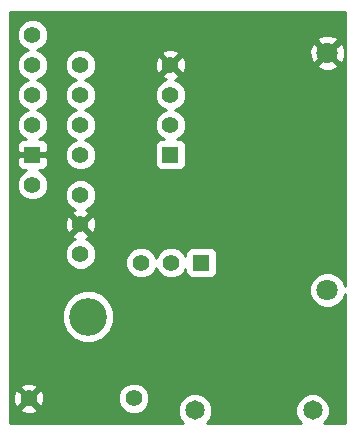
<source format=gbl>
G04 (created by PCBNEW-RS274X (2012-apr-16-27)-stable) date Sun 23 Mar 2014 20:21:50 GMT*
G01*
G70*
G90*
%MOIN*%
G04 Gerber Fmt 3.4, Leading zero omitted, Abs format*
%FSLAX34Y34*%
G04 APERTURE LIST*
%ADD10C,0.006000*%
%ADD11C,0.070900*%
%ADD12C,0.055000*%
%ADD13R,0.055000X0.055000*%
%ADD14C,0.065000*%
%ADD15C,0.126000*%
%ADD16C,0.055100*%
%ADD17R,0.055100X0.055100*%
%ADD18C,0.010000*%
G04 APERTURE END LIST*
G54D10*
G54D11*
X62400Y-20035D03*
X62400Y-12135D03*
G54D12*
X52450Y-23650D03*
X55950Y-23650D03*
G54D13*
X57175Y-15525D03*
G54D12*
X57175Y-14525D03*
X57175Y-13525D03*
X57175Y-12525D03*
X54175Y-12525D03*
X54175Y-13525D03*
X54175Y-14525D03*
X54175Y-15525D03*
G54D13*
X58200Y-19125D03*
G54D12*
X57200Y-19125D03*
X56200Y-19125D03*
G54D14*
X61910Y-24050D03*
X57990Y-24050D03*
G54D15*
X54425Y-20925D03*
G54D16*
X54175Y-18830D03*
X54175Y-17850D03*
X54175Y-16870D03*
X52575Y-16525D03*
G54D17*
X52575Y-15525D03*
G54D16*
X52575Y-14525D03*
X52575Y-13525D03*
X52575Y-12525D03*
X52575Y-11525D03*
G54D10*
G36*
X63000Y-24475D02*
X62298Y-24475D01*
X62397Y-24376D01*
X62485Y-24165D01*
X62485Y-23936D01*
X62398Y-23725D01*
X62236Y-23563D01*
X62025Y-23475D01*
X61796Y-23475D01*
X61585Y-23562D01*
X61423Y-23724D01*
X61335Y-23935D01*
X61335Y-24164D01*
X61422Y-24375D01*
X61522Y-24475D01*
X58724Y-24475D01*
X58724Y-19450D01*
X58724Y-19351D01*
X58724Y-18801D01*
X58686Y-18709D01*
X58616Y-18639D01*
X58525Y-18601D01*
X58426Y-18601D01*
X57876Y-18601D01*
X57784Y-18639D01*
X57714Y-18709D01*
X57700Y-18742D01*
X57700Y-14630D01*
X57700Y-14421D01*
X57620Y-14228D01*
X57473Y-14080D01*
X57339Y-14024D01*
X57472Y-13970D01*
X57620Y-13823D01*
X57700Y-13630D01*
X57700Y-13421D01*
X57694Y-13406D01*
X57694Y-12599D01*
X57683Y-12395D01*
X57627Y-12258D01*
X57536Y-12235D01*
X57465Y-12306D01*
X57465Y-12164D01*
X57442Y-12073D01*
X57249Y-12006D01*
X57045Y-12017D01*
X56908Y-12073D01*
X56885Y-12164D01*
X57175Y-12454D01*
X57465Y-12164D01*
X57465Y-12306D01*
X57246Y-12525D01*
X57536Y-12815D01*
X57627Y-12792D01*
X57694Y-12599D01*
X57694Y-13406D01*
X57620Y-13228D01*
X57473Y-13080D01*
X57332Y-13021D01*
X57442Y-12977D01*
X57465Y-12886D01*
X57175Y-12596D01*
X57104Y-12667D01*
X57104Y-12525D01*
X56814Y-12235D01*
X56723Y-12258D01*
X56656Y-12451D01*
X56667Y-12655D01*
X56723Y-12792D01*
X56814Y-12815D01*
X57104Y-12525D01*
X57104Y-12667D01*
X56885Y-12886D01*
X56908Y-12977D01*
X57026Y-13018D01*
X56878Y-13080D01*
X56730Y-13227D01*
X56650Y-13420D01*
X56650Y-13629D01*
X56730Y-13822D01*
X56877Y-13970D01*
X57010Y-14025D01*
X56878Y-14080D01*
X56730Y-14227D01*
X56650Y-14420D01*
X56650Y-14629D01*
X56730Y-14822D01*
X56877Y-14970D01*
X56951Y-15001D01*
X56851Y-15001D01*
X56759Y-15039D01*
X56689Y-15109D01*
X56651Y-15200D01*
X56651Y-15299D01*
X56651Y-15849D01*
X56689Y-15941D01*
X56759Y-16011D01*
X56850Y-16049D01*
X56949Y-16049D01*
X57499Y-16049D01*
X57591Y-16011D01*
X57661Y-15941D01*
X57699Y-15850D01*
X57699Y-15751D01*
X57699Y-15201D01*
X57661Y-15109D01*
X57591Y-15039D01*
X57500Y-15001D01*
X57401Y-15001D01*
X57397Y-15001D01*
X57472Y-14970D01*
X57620Y-14823D01*
X57700Y-14630D01*
X57700Y-18742D01*
X57676Y-18800D01*
X57676Y-18899D01*
X57676Y-18902D01*
X57645Y-18828D01*
X57498Y-18680D01*
X57305Y-18600D01*
X57096Y-18600D01*
X56903Y-18680D01*
X56755Y-18827D01*
X56699Y-18960D01*
X56645Y-18828D01*
X56498Y-18680D01*
X56305Y-18600D01*
X56096Y-18600D01*
X55903Y-18680D01*
X55755Y-18827D01*
X55675Y-19020D01*
X55675Y-19229D01*
X55755Y-19422D01*
X55902Y-19570D01*
X56095Y-19650D01*
X56304Y-19650D01*
X56497Y-19570D01*
X56645Y-19423D01*
X56700Y-19289D01*
X56755Y-19422D01*
X56902Y-19570D01*
X57095Y-19650D01*
X57304Y-19650D01*
X57497Y-19570D01*
X57645Y-19423D01*
X57676Y-19348D01*
X57676Y-19449D01*
X57714Y-19541D01*
X57784Y-19611D01*
X57875Y-19649D01*
X57974Y-19649D01*
X58524Y-19649D01*
X58616Y-19611D01*
X58686Y-19541D01*
X58724Y-19450D01*
X58724Y-24475D01*
X58378Y-24475D01*
X58477Y-24376D01*
X58565Y-24165D01*
X58565Y-23936D01*
X58478Y-23725D01*
X58316Y-23563D01*
X58105Y-23475D01*
X57876Y-23475D01*
X57665Y-23562D01*
X57503Y-23724D01*
X57415Y-23935D01*
X57415Y-24164D01*
X57502Y-24375D01*
X57602Y-24475D01*
X56475Y-24475D01*
X56475Y-23755D01*
X56475Y-23546D01*
X56395Y-23353D01*
X56248Y-23205D01*
X56055Y-23125D01*
X55846Y-23125D01*
X55653Y-23205D01*
X55505Y-23352D01*
X55425Y-23545D01*
X55425Y-23754D01*
X55505Y-23947D01*
X55652Y-24095D01*
X55845Y-24175D01*
X56054Y-24175D01*
X56247Y-24095D01*
X56395Y-23948D01*
X56475Y-23755D01*
X56475Y-24475D01*
X55305Y-24475D01*
X55305Y-21101D01*
X55305Y-20751D01*
X55171Y-20427D01*
X54924Y-20180D01*
X54700Y-20086D01*
X54700Y-18935D01*
X54700Y-18726D01*
X54700Y-16975D01*
X54700Y-16766D01*
X54700Y-15630D01*
X54700Y-15421D01*
X54620Y-15228D01*
X54473Y-15080D01*
X54339Y-15024D01*
X54472Y-14970D01*
X54620Y-14823D01*
X54700Y-14630D01*
X54700Y-14421D01*
X54620Y-14228D01*
X54473Y-14080D01*
X54339Y-14024D01*
X54472Y-13970D01*
X54620Y-13823D01*
X54700Y-13630D01*
X54700Y-13421D01*
X54620Y-13228D01*
X54473Y-13080D01*
X54339Y-13024D01*
X54472Y-12970D01*
X54620Y-12823D01*
X54700Y-12630D01*
X54700Y-12421D01*
X54620Y-12228D01*
X54473Y-12080D01*
X54280Y-12000D01*
X54071Y-12000D01*
X53878Y-12080D01*
X53730Y-12227D01*
X53650Y-12420D01*
X53650Y-12629D01*
X53730Y-12822D01*
X53877Y-12970D01*
X54010Y-13025D01*
X53878Y-13080D01*
X53730Y-13227D01*
X53650Y-13420D01*
X53650Y-13629D01*
X53730Y-13822D01*
X53877Y-13970D01*
X54010Y-14025D01*
X53878Y-14080D01*
X53730Y-14227D01*
X53650Y-14420D01*
X53650Y-14629D01*
X53730Y-14822D01*
X53877Y-14970D01*
X54010Y-15025D01*
X53878Y-15080D01*
X53730Y-15227D01*
X53650Y-15420D01*
X53650Y-15629D01*
X53730Y-15822D01*
X53877Y-15970D01*
X54070Y-16050D01*
X54279Y-16050D01*
X54472Y-15970D01*
X54620Y-15823D01*
X54700Y-15630D01*
X54700Y-16766D01*
X54620Y-16573D01*
X54473Y-16425D01*
X54280Y-16345D01*
X54071Y-16345D01*
X53878Y-16425D01*
X53730Y-16572D01*
X53650Y-16765D01*
X53650Y-16974D01*
X53730Y-17167D01*
X53877Y-17315D01*
X53993Y-17363D01*
X53908Y-17398D01*
X53885Y-17489D01*
X54175Y-17779D01*
X54465Y-17489D01*
X54442Y-17398D01*
X54349Y-17365D01*
X54472Y-17315D01*
X54620Y-17168D01*
X54700Y-16975D01*
X54700Y-18726D01*
X54694Y-18711D01*
X54694Y-17924D01*
X54683Y-17720D01*
X54627Y-17583D01*
X54536Y-17560D01*
X54246Y-17850D01*
X54536Y-18140D01*
X54627Y-18117D01*
X54694Y-17924D01*
X54694Y-18711D01*
X54620Y-18533D01*
X54473Y-18385D01*
X54356Y-18336D01*
X54442Y-18302D01*
X54465Y-18211D01*
X54175Y-17921D01*
X54104Y-17992D01*
X54104Y-17850D01*
X53814Y-17560D01*
X53723Y-17583D01*
X53656Y-17776D01*
X53667Y-17980D01*
X53723Y-18117D01*
X53814Y-18140D01*
X54104Y-17850D01*
X54104Y-17992D01*
X53885Y-18211D01*
X53908Y-18302D01*
X54000Y-18334D01*
X53878Y-18385D01*
X53730Y-18532D01*
X53650Y-18725D01*
X53650Y-18934D01*
X53730Y-19127D01*
X53877Y-19275D01*
X54070Y-19355D01*
X54279Y-19355D01*
X54472Y-19275D01*
X54620Y-19128D01*
X54700Y-18935D01*
X54700Y-20086D01*
X54601Y-20045D01*
X54251Y-20045D01*
X53927Y-20179D01*
X53680Y-20426D01*
X53545Y-20749D01*
X53545Y-21099D01*
X53679Y-21423D01*
X53926Y-21670D01*
X54249Y-21805D01*
X54599Y-21805D01*
X54923Y-21671D01*
X55170Y-21424D01*
X55305Y-21101D01*
X55305Y-24475D01*
X53100Y-24475D01*
X53100Y-16630D01*
X53100Y-16421D01*
X53020Y-16228D01*
X52873Y-16080D01*
X52798Y-16049D01*
X52801Y-16049D01*
X52900Y-16049D01*
X52991Y-16011D01*
X53061Y-15941D01*
X53099Y-15849D01*
X53100Y-15637D01*
X53100Y-15413D01*
X53099Y-15201D01*
X53061Y-15109D01*
X52991Y-15039D01*
X52900Y-15001D01*
X52801Y-15001D01*
X52797Y-15000D01*
X52872Y-14970D01*
X53020Y-14823D01*
X53100Y-14630D01*
X53100Y-14421D01*
X53020Y-14228D01*
X52873Y-14080D01*
X52739Y-14024D01*
X52872Y-13970D01*
X53020Y-13823D01*
X53100Y-13630D01*
X53100Y-13421D01*
X53020Y-13228D01*
X52873Y-13080D01*
X52739Y-13024D01*
X52872Y-12970D01*
X53020Y-12823D01*
X53100Y-12630D01*
X53100Y-12421D01*
X53020Y-12228D01*
X52873Y-12080D01*
X52739Y-12024D01*
X52872Y-11970D01*
X53020Y-11823D01*
X53100Y-11630D01*
X53100Y-11421D01*
X53020Y-11228D01*
X52873Y-11080D01*
X52680Y-11000D01*
X52471Y-11000D01*
X52278Y-11080D01*
X52130Y-11227D01*
X52050Y-11420D01*
X52050Y-11629D01*
X52130Y-11822D01*
X52277Y-11970D01*
X52410Y-12025D01*
X52278Y-12080D01*
X52130Y-12227D01*
X52050Y-12420D01*
X52050Y-12629D01*
X52130Y-12822D01*
X52277Y-12970D01*
X52410Y-13025D01*
X52278Y-13080D01*
X52130Y-13227D01*
X52050Y-13420D01*
X52050Y-13629D01*
X52130Y-13822D01*
X52277Y-13970D01*
X52410Y-14025D01*
X52278Y-14080D01*
X52130Y-14227D01*
X52050Y-14420D01*
X52050Y-14629D01*
X52130Y-14822D01*
X52277Y-14970D01*
X52351Y-15000D01*
X52349Y-15001D01*
X52250Y-15001D01*
X52159Y-15039D01*
X52089Y-15109D01*
X52051Y-15201D01*
X52050Y-15413D01*
X52112Y-15475D01*
X52475Y-15475D01*
X52525Y-15475D01*
X52625Y-15475D01*
X52675Y-15475D01*
X53038Y-15475D01*
X53100Y-15413D01*
X53100Y-15637D01*
X53038Y-15575D01*
X52675Y-15575D01*
X52625Y-15575D01*
X52525Y-15575D01*
X52475Y-15575D01*
X52112Y-15575D01*
X52050Y-15637D01*
X52051Y-15849D01*
X52089Y-15941D01*
X52159Y-16011D01*
X52250Y-16049D01*
X52349Y-16049D01*
X52278Y-16080D01*
X52130Y-16227D01*
X52050Y-16420D01*
X52050Y-16629D01*
X52130Y-16822D01*
X52277Y-16970D01*
X52470Y-17050D01*
X52679Y-17050D01*
X52872Y-16970D01*
X53020Y-16823D01*
X53100Y-16630D01*
X53100Y-24475D01*
X52969Y-24475D01*
X52969Y-23724D01*
X52958Y-23520D01*
X52902Y-23383D01*
X52811Y-23360D01*
X52740Y-23431D01*
X52740Y-23289D01*
X52717Y-23198D01*
X52524Y-23131D01*
X52320Y-23142D01*
X52183Y-23198D01*
X52160Y-23289D01*
X52450Y-23579D01*
X52740Y-23289D01*
X52740Y-23431D01*
X52521Y-23650D01*
X52811Y-23940D01*
X52902Y-23917D01*
X52969Y-23724D01*
X52969Y-24475D01*
X52740Y-24475D01*
X52740Y-24011D01*
X52450Y-23721D01*
X52379Y-23792D01*
X52379Y-23650D01*
X52089Y-23360D01*
X51998Y-23383D01*
X51931Y-23576D01*
X51942Y-23780D01*
X51998Y-23917D01*
X52089Y-23940D01*
X52379Y-23650D01*
X52379Y-23792D01*
X52160Y-24011D01*
X52183Y-24102D01*
X52376Y-24169D01*
X52580Y-24158D01*
X52717Y-24102D01*
X52740Y-24011D01*
X52740Y-24475D01*
X51825Y-24475D01*
X51825Y-22275D01*
X51825Y-20450D01*
X51825Y-10775D01*
X61500Y-10775D01*
X63000Y-10775D01*
X63000Y-19908D01*
X62996Y-19898D01*
X62996Y-12228D01*
X62986Y-11993D01*
X62915Y-11822D01*
X62816Y-11789D01*
X62746Y-11859D01*
X62746Y-11719D01*
X62713Y-11620D01*
X62493Y-11539D01*
X62258Y-11549D01*
X62087Y-11620D01*
X62054Y-11719D01*
X62400Y-12064D01*
X62746Y-11719D01*
X62746Y-11859D01*
X62471Y-12135D01*
X62816Y-12481D01*
X62915Y-12448D01*
X62996Y-12228D01*
X62996Y-19898D01*
X62912Y-19694D01*
X62746Y-19528D01*
X62746Y-12551D01*
X62400Y-12206D01*
X62329Y-12276D01*
X62329Y-12135D01*
X61984Y-11789D01*
X61885Y-11822D01*
X61804Y-12042D01*
X61814Y-12277D01*
X61885Y-12448D01*
X61984Y-12481D01*
X62329Y-12135D01*
X62329Y-12276D01*
X62054Y-12551D01*
X62087Y-12650D01*
X62307Y-12731D01*
X62542Y-12721D01*
X62713Y-12650D01*
X62746Y-12551D01*
X62746Y-19528D01*
X62742Y-19524D01*
X62521Y-19432D01*
X62281Y-19432D01*
X62059Y-19523D01*
X61889Y-19693D01*
X61797Y-19914D01*
X61797Y-20154D01*
X61888Y-20376D01*
X62058Y-20546D01*
X62279Y-20638D01*
X62519Y-20638D01*
X62741Y-20547D01*
X62911Y-20377D01*
X63000Y-20163D01*
X63000Y-24475D01*
X63000Y-24475D01*
G37*
G54D18*
X63000Y-24475D02*
X62298Y-24475D01*
X62397Y-24376D01*
X62485Y-24165D01*
X62485Y-23936D01*
X62398Y-23725D01*
X62236Y-23563D01*
X62025Y-23475D01*
X61796Y-23475D01*
X61585Y-23562D01*
X61423Y-23724D01*
X61335Y-23935D01*
X61335Y-24164D01*
X61422Y-24375D01*
X61522Y-24475D01*
X58724Y-24475D01*
X58724Y-19450D01*
X58724Y-19351D01*
X58724Y-18801D01*
X58686Y-18709D01*
X58616Y-18639D01*
X58525Y-18601D01*
X58426Y-18601D01*
X57876Y-18601D01*
X57784Y-18639D01*
X57714Y-18709D01*
X57700Y-18742D01*
X57700Y-14630D01*
X57700Y-14421D01*
X57620Y-14228D01*
X57473Y-14080D01*
X57339Y-14024D01*
X57472Y-13970D01*
X57620Y-13823D01*
X57700Y-13630D01*
X57700Y-13421D01*
X57694Y-13406D01*
X57694Y-12599D01*
X57683Y-12395D01*
X57627Y-12258D01*
X57536Y-12235D01*
X57465Y-12306D01*
X57465Y-12164D01*
X57442Y-12073D01*
X57249Y-12006D01*
X57045Y-12017D01*
X56908Y-12073D01*
X56885Y-12164D01*
X57175Y-12454D01*
X57465Y-12164D01*
X57465Y-12306D01*
X57246Y-12525D01*
X57536Y-12815D01*
X57627Y-12792D01*
X57694Y-12599D01*
X57694Y-13406D01*
X57620Y-13228D01*
X57473Y-13080D01*
X57332Y-13021D01*
X57442Y-12977D01*
X57465Y-12886D01*
X57175Y-12596D01*
X57104Y-12667D01*
X57104Y-12525D01*
X56814Y-12235D01*
X56723Y-12258D01*
X56656Y-12451D01*
X56667Y-12655D01*
X56723Y-12792D01*
X56814Y-12815D01*
X57104Y-12525D01*
X57104Y-12667D01*
X56885Y-12886D01*
X56908Y-12977D01*
X57026Y-13018D01*
X56878Y-13080D01*
X56730Y-13227D01*
X56650Y-13420D01*
X56650Y-13629D01*
X56730Y-13822D01*
X56877Y-13970D01*
X57010Y-14025D01*
X56878Y-14080D01*
X56730Y-14227D01*
X56650Y-14420D01*
X56650Y-14629D01*
X56730Y-14822D01*
X56877Y-14970D01*
X56951Y-15001D01*
X56851Y-15001D01*
X56759Y-15039D01*
X56689Y-15109D01*
X56651Y-15200D01*
X56651Y-15299D01*
X56651Y-15849D01*
X56689Y-15941D01*
X56759Y-16011D01*
X56850Y-16049D01*
X56949Y-16049D01*
X57499Y-16049D01*
X57591Y-16011D01*
X57661Y-15941D01*
X57699Y-15850D01*
X57699Y-15751D01*
X57699Y-15201D01*
X57661Y-15109D01*
X57591Y-15039D01*
X57500Y-15001D01*
X57401Y-15001D01*
X57397Y-15001D01*
X57472Y-14970D01*
X57620Y-14823D01*
X57700Y-14630D01*
X57700Y-18742D01*
X57676Y-18800D01*
X57676Y-18899D01*
X57676Y-18902D01*
X57645Y-18828D01*
X57498Y-18680D01*
X57305Y-18600D01*
X57096Y-18600D01*
X56903Y-18680D01*
X56755Y-18827D01*
X56699Y-18960D01*
X56645Y-18828D01*
X56498Y-18680D01*
X56305Y-18600D01*
X56096Y-18600D01*
X55903Y-18680D01*
X55755Y-18827D01*
X55675Y-19020D01*
X55675Y-19229D01*
X55755Y-19422D01*
X55902Y-19570D01*
X56095Y-19650D01*
X56304Y-19650D01*
X56497Y-19570D01*
X56645Y-19423D01*
X56700Y-19289D01*
X56755Y-19422D01*
X56902Y-19570D01*
X57095Y-19650D01*
X57304Y-19650D01*
X57497Y-19570D01*
X57645Y-19423D01*
X57676Y-19348D01*
X57676Y-19449D01*
X57714Y-19541D01*
X57784Y-19611D01*
X57875Y-19649D01*
X57974Y-19649D01*
X58524Y-19649D01*
X58616Y-19611D01*
X58686Y-19541D01*
X58724Y-19450D01*
X58724Y-24475D01*
X58378Y-24475D01*
X58477Y-24376D01*
X58565Y-24165D01*
X58565Y-23936D01*
X58478Y-23725D01*
X58316Y-23563D01*
X58105Y-23475D01*
X57876Y-23475D01*
X57665Y-23562D01*
X57503Y-23724D01*
X57415Y-23935D01*
X57415Y-24164D01*
X57502Y-24375D01*
X57602Y-24475D01*
X56475Y-24475D01*
X56475Y-23755D01*
X56475Y-23546D01*
X56395Y-23353D01*
X56248Y-23205D01*
X56055Y-23125D01*
X55846Y-23125D01*
X55653Y-23205D01*
X55505Y-23352D01*
X55425Y-23545D01*
X55425Y-23754D01*
X55505Y-23947D01*
X55652Y-24095D01*
X55845Y-24175D01*
X56054Y-24175D01*
X56247Y-24095D01*
X56395Y-23948D01*
X56475Y-23755D01*
X56475Y-24475D01*
X55305Y-24475D01*
X55305Y-21101D01*
X55305Y-20751D01*
X55171Y-20427D01*
X54924Y-20180D01*
X54700Y-20086D01*
X54700Y-18935D01*
X54700Y-18726D01*
X54700Y-16975D01*
X54700Y-16766D01*
X54700Y-15630D01*
X54700Y-15421D01*
X54620Y-15228D01*
X54473Y-15080D01*
X54339Y-15024D01*
X54472Y-14970D01*
X54620Y-14823D01*
X54700Y-14630D01*
X54700Y-14421D01*
X54620Y-14228D01*
X54473Y-14080D01*
X54339Y-14024D01*
X54472Y-13970D01*
X54620Y-13823D01*
X54700Y-13630D01*
X54700Y-13421D01*
X54620Y-13228D01*
X54473Y-13080D01*
X54339Y-13024D01*
X54472Y-12970D01*
X54620Y-12823D01*
X54700Y-12630D01*
X54700Y-12421D01*
X54620Y-12228D01*
X54473Y-12080D01*
X54280Y-12000D01*
X54071Y-12000D01*
X53878Y-12080D01*
X53730Y-12227D01*
X53650Y-12420D01*
X53650Y-12629D01*
X53730Y-12822D01*
X53877Y-12970D01*
X54010Y-13025D01*
X53878Y-13080D01*
X53730Y-13227D01*
X53650Y-13420D01*
X53650Y-13629D01*
X53730Y-13822D01*
X53877Y-13970D01*
X54010Y-14025D01*
X53878Y-14080D01*
X53730Y-14227D01*
X53650Y-14420D01*
X53650Y-14629D01*
X53730Y-14822D01*
X53877Y-14970D01*
X54010Y-15025D01*
X53878Y-15080D01*
X53730Y-15227D01*
X53650Y-15420D01*
X53650Y-15629D01*
X53730Y-15822D01*
X53877Y-15970D01*
X54070Y-16050D01*
X54279Y-16050D01*
X54472Y-15970D01*
X54620Y-15823D01*
X54700Y-15630D01*
X54700Y-16766D01*
X54620Y-16573D01*
X54473Y-16425D01*
X54280Y-16345D01*
X54071Y-16345D01*
X53878Y-16425D01*
X53730Y-16572D01*
X53650Y-16765D01*
X53650Y-16974D01*
X53730Y-17167D01*
X53877Y-17315D01*
X53993Y-17363D01*
X53908Y-17398D01*
X53885Y-17489D01*
X54175Y-17779D01*
X54465Y-17489D01*
X54442Y-17398D01*
X54349Y-17365D01*
X54472Y-17315D01*
X54620Y-17168D01*
X54700Y-16975D01*
X54700Y-18726D01*
X54694Y-18711D01*
X54694Y-17924D01*
X54683Y-17720D01*
X54627Y-17583D01*
X54536Y-17560D01*
X54246Y-17850D01*
X54536Y-18140D01*
X54627Y-18117D01*
X54694Y-17924D01*
X54694Y-18711D01*
X54620Y-18533D01*
X54473Y-18385D01*
X54356Y-18336D01*
X54442Y-18302D01*
X54465Y-18211D01*
X54175Y-17921D01*
X54104Y-17992D01*
X54104Y-17850D01*
X53814Y-17560D01*
X53723Y-17583D01*
X53656Y-17776D01*
X53667Y-17980D01*
X53723Y-18117D01*
X53814Y-18140D01*
X54104Y-17850D01*
X54104Y-17992D01*
X53885Y-18211D01*
X53908Y-18302D01*
X54000Y-18334D01*
X53878Y-18385D01*
X53730Y-18532D01*
X53650Y-18725D01*
X53650Y-18934D01*
X53730Y-19127D01*
X53877Y-19275D01*
X54070Y-19355D01*
X54279Y-19355D01*
X54472Y-19275D01*
X54620Y-19128D01*
X54700Y-18935D01*
X54700Y-20086D01*
X54601Y-20045D01*
X54251Y-20045D01*
X53927Y-20179D01*
X53680Y-20426D01*
X53545Y-20749D01*
X53545Y-21099D01*
X53679Y-21423D01*
X53926Y-21670D01*
X54249Y-21805D01*
X54599Y-21805D01*
X54923Y-21671D01*
X55170Y-21424D01*
X55305Y-21101D01*
X55305Y-24475D01*
X53100Y-24475D01*
X53100Y-16630D01*
X53100Y-16421D01*
X53020Y-16228D01*
X52873Y-16080D01*
X52798Y-16049D01*
X52801Y-16049D01*
X52900Y-16049D01*
X52991Y-16011D01*
X53061Y-15941D01*
X53099Y-15849D01*
X53100Y-15637D01*
X53100Y-15413D01*
X53099Y-15201D01*
X53061Y-15109D01*
X52991Y-15039D01*
X52900Y-15001D01*
X52801Y-15001D01*
X52797Y-15000D01*
X52872Y-14970D01*
X53020Y-14823D01*
X53100Y-14630D01*
X53100Y-14421D01*
X53020Y-14228D01*
X52873Y-14080D01*
X52739Y-14024D01*
X52872Y-13970D01*
X53020Y-13823D01*
X53100Y-13630D01*
X53100Y-13421D01*
X53020Y-13228D01*
X52873Y-13080D01*
X52739Y-13024D01*
X52872Y-12970D01*
X53020Y-12823D01*
X53100Y-12630D01*
X53100Y-12421D01*
X53020Y-12228D01*
X52873Y-12080D01*
X52739Y-12024D01*
X52872Y-11970D01*
X53020Y-11823D01*
X53100Y-11630D01*
X53100Y-11421D01*
X53020Y-11228D01*
X52873Y-11080D01*
X52680Y-11000D01*
X52471Y-11000D01*
X52278Y-11080D01*
X52130Y-11227D01*
X52050Y-11420D01*
X52050Y-11629D01*
X52130Y-11822D01*
X52277Y-11970D01*
X52410Y-12025D01*
X52278Y-12080D01*
X52130Y-12227D01*
X52050Y-12420D01*
X52050Y-12629D01*
X52130Y-12822D01*
X52277Y-12970D01*
X52410Y-13025D01*
X52278Y-13080D01*
X52130Y-13227D01*
X52050Y-13420D01*
X52050Y-13629D01*
X52130Y-13822D01*
X52277Y-13970D01*
X52410Y-14025D01*
X52278Y-14080D01*
X52130Y-14227D01*
X52050Y-14420D01*
X52050Y-14629D01*
X52130Y-14822D01*
X52277Y-14970D01*
X52351Y-15000D01*
X52349Y-15001D01*
X52250Y-15001D01*
X52159Y-15039D01*
X52089Y-15109D01*
X52051Y-15201D01*
X52050Y-15413D01*
X52112Y-15475D01*
X52475Y-15475D01*
X52525Y-15475D01*
X52625Y-15475D01*
X52675Y-15475D01*
X53038Y-15475D01*
X53100Y-15413D01*
X53100Y-15637D01*
X53038Y-15575D01*
X52675Y-15575D01*
X52625Y-15575D01*
X52525Y-15575D01*
X52475Y-15575D01*
X52112Y-15575D01*
X52050Y-15637D01*
X52051Y-15849D01*
X52089Y-15941D01*
X52159Y-16011D01*
X52250Y-16049D01*
X52349Y-16049D01*
X52278Y-16080D01*
X52130Y-16227D01*
X52050Y-16420D01*
X52050Y-16629D01*
X52130Y-16822D01*
X52277Y-16970D01*
X52470Y-17050D01*
X52679Y-17050D01*
X52872Y-16970D01*
X53020Y-16823D01*
X53100Y-16630D01*
X53100Y-24475D01*
X52969Y-24475D01*
X52969Y-23724D01*
X52958Y-23520D01*
X52902Y-23383D01*
X52811Y-23360D01*
X52740Y-23431D01*
X52740Y-23289D01*
X52717Y-23198D01*
X52524Y-23131D01*
X52320Y-23142D01*
X52183Y-23198D01*
X52160Y-23289D01*
X52450Y-23579D01*
X52740Y-23289D01*
X52740Y-23431D01*
X52521Y-23650D01*
X52811Y-23940D01*
X52902Y-23917D01*
X52969Y-23724D01*
X52969Y-24475D01*
X52740Y-24475D01*
X52740Y-24011D01*
X52450Y-23721D01*
X52379Y-23792D01*
X52379Y-23650D01*
X52089Y-23360D01*
X51998Y-23383D01*
X51931Y-23576D01*
X51942Y-23780D01*
X51998Y-23917D01*
X52089Y-23940D01*
X52379Y-23650D01*
X52379Y-23792D01*
X52160Y-24011D01*
X52183Y-24102D01*
X52376Y-24169D01*
X52580Y-24158D01*
X52717Y-24102D01*
X52740Y-24011D01*
X52740Y-24475D01*
X51825Y-24475D01*
X51825Y-22275D01*
X51825Y-20450D01*
X51825Y-10775D01*
X61500Y-10775D01*
X63000Y-10775D01*
X63000Y-19908D01*
X62996Y-19898D01*
X62996Y-12228D01*
X62986Y-11993D01*
X62915Y-11822D01*
X62816Y-11789D01*
X62746Y-11859D01*
X62746Y-11719D01*
X62713Y-11620D01*
X62493Y-11539D01*
X62258Y-11549D01*
X62087Y-11620D01*
X62054Y-11719D01*
X62400Y-12064D01*
X62746Y-11719D01*
X62746Y-11859D01*
X62471Y-12135D01*
X62816Y-12481D01*
X62915Y-12448D01*
X62996Y-12228D01*
X62996Y-19898D01*
X62912Y-19694D01*
X62746Y-19528D01*
X62746Y-12551D01*
X62400Y-12206D01*
X62329Y-12276D01*
X62329Y-12135D01*
X61984Y-11789D01*
X61885Y-11822D01*
X61804Y-12042D01*
X61814Y-12277D01*
X61885Y-12448D01*
X61984Y-12481D01*
X62329Y-12135D01*
X62329Y-12276D01*
X62054Y-12551D01*
X62087Y-12650D01*
X62307Y-12731D01*
X62542Y-12721D01*
X62713Y-12650D01*
X62746Y-12551D01*
X62746Y-19528D01*
X62742Y-19524D01*
X62521Y-19432D01*
X62281Y-19432D01*
X62059Y-19523D01*
X61889Y-19693D01*
X61797Y-19914D01*
X61797Y-20154D01*
X61888Y-20376D01*
X62058Y-20546D01*
X62279Y-20638D01*
X62519Y-20638D01*
X62741Y-20547D01*
X62911Y-20377D01*
X63000Y-20163D01*
X63000Y-24475D01*
M02*

</source>
